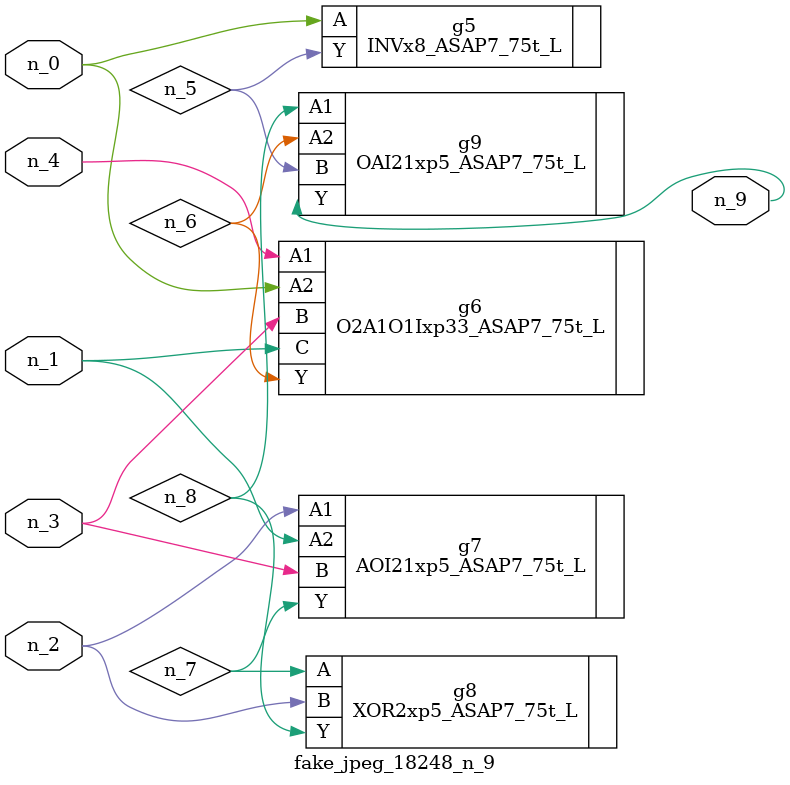
<source format=v>
module fake_jpeg_18248_n_9 (n_3, n_2, n_1, n_0, n_4, n_9);

input n_3;
input n_2;
input n_1;
input n_0;
input n_4;

output n_9;

wire n_8;
wire n_6;
wire n_5;
wire n_7;

INVx8_ASAP7_75t_L g5 ( 
.A(n_0),
.Y(n_5)
);

O2A1O1Ixp33_ASAP7_75t_L g6 ( 
.A1(n_4),
.A2(n_0),
.B(n_3),
.C(n_1),
.Y(n_6)
);

AOI21xp5_ASAP7_75t_L g7 ( 
.A1(n_2),
.A2(n_1),
.B(n_3),
.Y(n_7)
);

XOR2xp5_ASAP7_75t_L g8 ( 
.A(n_7),
.B(n_2),
.Y(n_8)
);

OAI21xp5_ASAP7_75t_L g9 ( 
.A1(n_8),
.A2(n_6),
.B(n_5),
.Y(n_9)
);


endmodule
</source>
